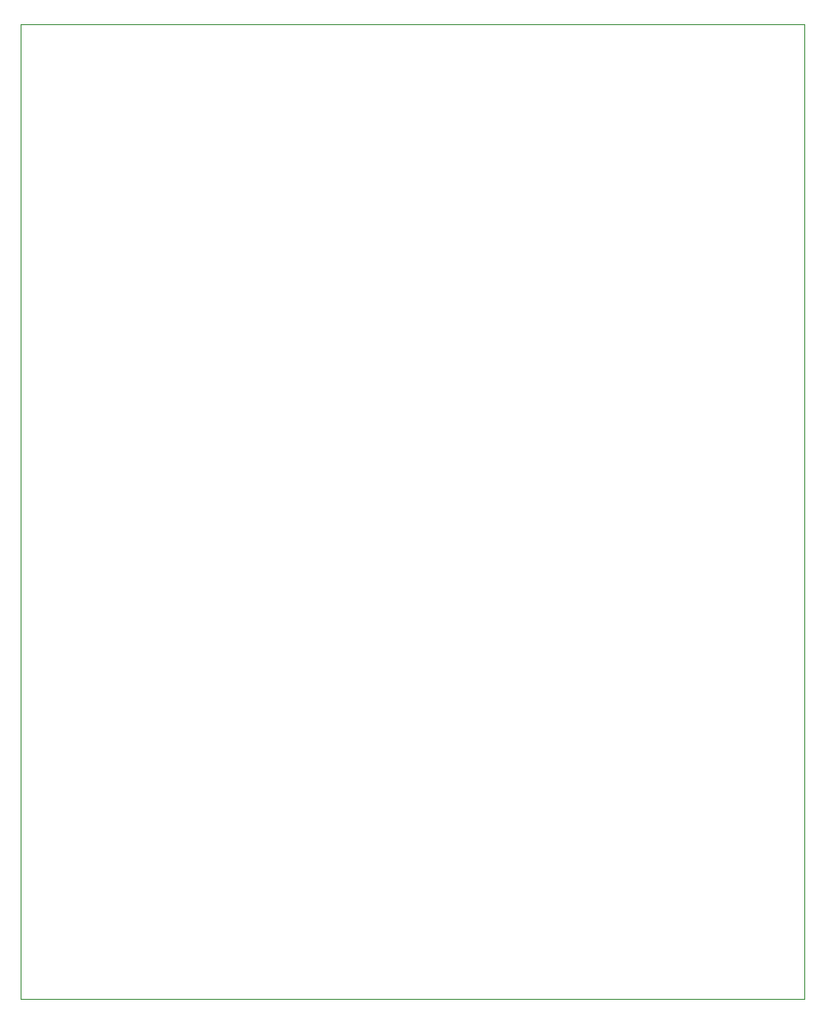
<source format=gm1>
G04 #@! TF.GenerationSoftware,KiCad,Pcbnew,(2017-06-28 revision 2237de015)-makepkg*
G04 #@! TF.CreationDate,2017-08-30T01:01:02+05:30*
G04 #@! TF.ProjectId,MyIMX233,4D79494D583233332E6B696361645F70,rev?*
G04 #@! TF.SameCoordinates,Original
G04 #@! TF.FileFunction,Profile,NP*
%FSLAX46Y46*%
G04 Gerber Fmt 4.6, Leading zero omitted, Abs format (unit mm)*
G04 Created by KiCad (PCBNEW (2017-06-28 revision 2237de015)-makepkg) date 08/30/17 01:01:02*
%MOMM*%
%LPD*%
G01*
G04 APERTURE LIST*
%ADD10C,0.100000*%
G04 APERTURE END LIST*
D10*
X139827000Y-141541500D02*
X139827000Y-141541500D01*
X139827000Y-49530000D02*
X139827000Y-141541500D01*
X65722500Y-49530000D02*
X139827000Y-49530000D01*
X65722500Y-49530000D02*
X65722500Y-49530000D01*
X65722500Y-141541500D02*
X65722500Y-49530000D01*
X65722500Y-141541500D02*
X65722500Y-141541500D01*
X139827000Y-141541500D02*
X65722500Y-141541500D01*
M02*

</source>
